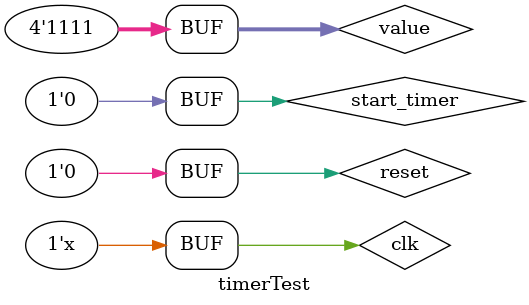
<source format=v>
`timescale 1ns / 1ps


module timerTest;

	// Inputs
	reg clk;
	reg start_timer;
	reg [3:0] value;
	reg reset;

	// Outputs
	wire expired;
	wire [3:0] counter;
	
	// Instantiate the Unit Under Test (UUT)
	timer #(25'd40)uut (
		.clk(clk), 
		.start_timer(start_timer), 
		.value(value), 
		.reset(reset), 
		.expired(expired),
		.counter(counter)
	);
	always #2 clk= !clk;

	initial begin
		// Initialize Inputs
		clk = 0;
		start_timer = 0;
		value = 4'd15;
		reset = 0;

		// Wait 100 ns for global reset to finish
		#100;
      start_timer=1;
		#40;
      start_timer=0;
				
		
		// Add stimulus here
		
	end
      
endmodule


</source>
